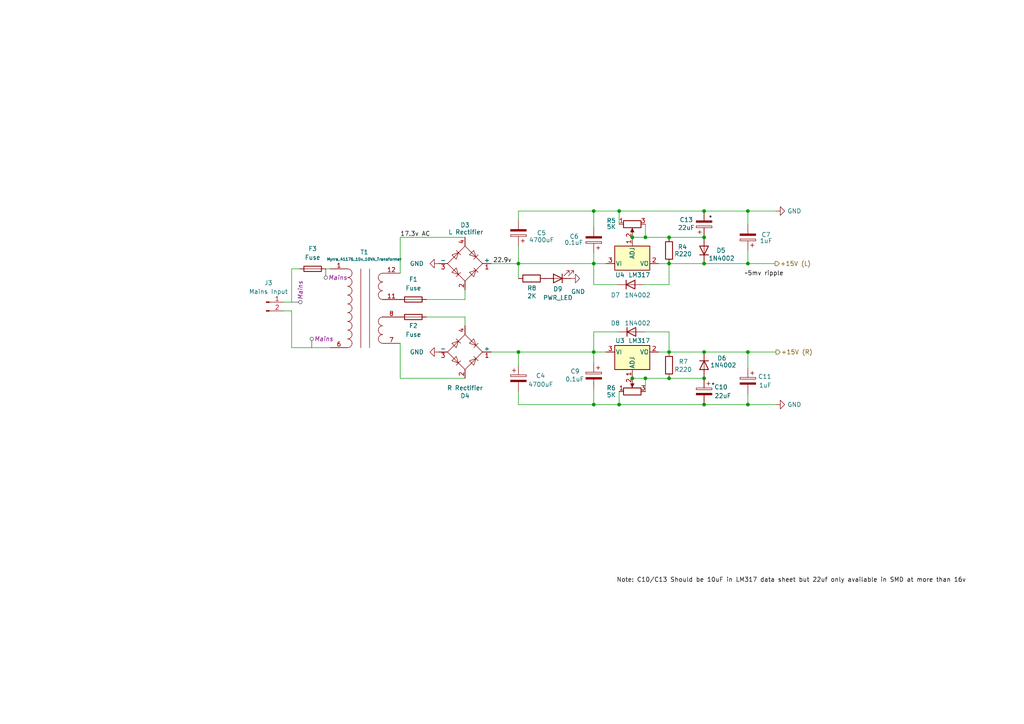
<source format=kicad_sch>
(kicad_sch (version 20230121) (generator eeschema)

  (uuid c4d14f66-95ec-47b9-8279-4827104e686f)

  (paper "A4")

  (lib_symbols
    (symbol "Connector:Conn_01x02_Pin" (pin_names (offset 1.016) hide) (in_bom yes) (on_board yes)
      (property "Reference" "J" (at 0 2.54 0)
        (effects (font (size 1.27 1.27)))
      )
      (property "Value" "Conn_01x02_Pin" (at 0 -5.08 0)
        (effects (font (size 1.27 1.27)))
      )
      (property "Footprint" "" (at 0 0 0)
        (effects (font (size 1.27 1.27)) hide)
      )
      (property "Datasheet" "~" (at 0 0 0)
        (effects (font (size 1.27 1.27)) hide)
      )
      (property "ki_locked" "" (at 0 0 0)
        (effects (font (size 1.27 1.27)))
      )
      (property "ki_keywords" "connector" (at 0 0 0)
        (effects (font (size 1.27 1.27)) hide)
      )
      (property "ki_description" "Generic connector, single row, 01x02, script generated" (at 0 0 0)
        (effects (font (size 1.27 1.27)) hide)
      )
      (property "ki_fp_filters" "Connector*:*_1x??_*" (at 0 0 0)
        (effects (font (size 1.27 1.27)) hide)
      )
      (symbol "Conn_01x02_Pin_1_1"
        (polyline
          (pts
            (xy 1.27 -2.54)
            (xy 0.8636 -2.54)
          )
          (stroke (width 0.1524) (type default))
          (fill (type none))
        )
        (polyline
          (pts
            (xy 1.27 0)
            (xy 0.8636 0)
          )
          (stroke (width 0.1524) (type default))
          (fill (type none))
        )
        (rectangle (start 0.8636 -2.413) (end 0 -2.667)
          (stroke (width 0.1524) (type default))
          (fill (type outline))
        )
        (rectangle (start 0.8636 0.127) (end 0 -0.127)
          (stroke (width 0.1524) (type default))
          (fill (type outline))
        )
        (pin passive line (at 5.08 0 180) (length 3.81)
          (name "Pin_1" (effects (font (size 1.27 1.27))))
          (number "1" (effects (font (size 1.27 1.27))))
        )
        (pin passive line (at 5.08 -2.54 180) (length 3.81)
          (name "Pin_2" (effects (font (size 1.27 1.27))))
          (number "2" (effects (font (size 1.27 1.27))))
        )
      )
    )
    (symbol "Device:C_Polarized" (pin_numbers hide) (pin_names (offset 0.254)) (in_bom yes) (on_board yes)
      (property "Reference" "C" (at 0.635 2.54 0)
        (effects (font (size 1.27 1.27)) (justify left))
      )
      (property "Value" "C_Polarized" (at 0.635 -2.54 0)
        (effects (font (size 1.27 1.27)) (justify left))
      )
      (property "Footprint" "" (at 0.9652 -3.81 0)
        (effects (font (size 1.27 1.27)) hide)
      )
      (property "Datasheet" "~" (at 0 0 0)
        (effects (font (size 1.27 1.27)) hide)
      )
      (property "ki_keywords" "cap capacitor" (at 0 0 0)
        (effects (font (size 1.27 1.27)) hide)
      )
      (property "ki_description" "Polarized capacitor" (at 0 0 0)
        (effects (font (size 1.27 1.27)) hide)
      )
      (property "ki_fp_filters" "CP_*" (at 0 0 0)
        (effects (font (size 1.27 1.27)) hide)
      )
      (symbol "C_Polarized_0_1"
        (rectangle (start -2.286 0.508) (end 2.286 1.016)
          (stroke (width 0) (type default))
          (fill (type none))
        )
        (polyline
          (pts
            (xy -1.778 2.286)
            (xy -0.762 2.286)
          )
          (stroke (width 0) (type default))
          (fill (type none))
        )
        (polyline
          (pts
            (xy -1.27 2.794)
            (xy -1.27 1.778)
          )
          (stroke (width 0) (type default))
          (fill (type none))
        )
        (rectangle (start 2.286 -0.508) (end -2.286 -1.016)
          (stroke (width 0) (type default))
          (fill (type outline))
        )
      )
      (symbol "C_Polarized_1_1"
        (pin passive line (at 0 3.81 270) (length 2.794)
          (name "~" (effects (font (size 1.27 1.27))))
          (number "1" (effects (font (size 1.27 1.27))))
        )
        (pin passive line (at 0 -3.81 90) (length 2.794)
          (name "~" (effects (font (size 1.27 1.27))))
          (number "2" (effects (font (size 1.27 1.27))))
        )
      )
    )
    (symbol "Device:Fuse" (pin_numbers hide) (pin_names (offset 0)) (in_bom yes) (on_board yes)
      (property "Reference" "F" (at 2.032 0 90)
        (effects (font (size 1.27 1.27)))
      )
      (property "Value" "Fuse" (at -1.905 0 90)
        (effects (font (size 1.27 1.27)))
      )
      (property "Footprint" "" (at -1.778 0 90)
        (effects (font (size 1.27 1.27)) hide)
      )
      (property "Datasheet" "~" (at 0 0 0)
        (effects (font (size 1.27 1.27)) hide)
      )
      (property "ki_keywords" "fuse" (at 0 0 0)
        (effects (font (size 1.27 1.27)) hide)
      )
      (property "ki_description" "Fuse" (at 0 0 0)
        (effects (font (size 1.27 1.27)) hide)
      )
      (property "ki_fp_filters" "*Fuse*" (at 0 0 0)
        (effects (font (size 1.27 1.27)) hide)
      )
      (symbol "Fuse_0_1"
        (rectangle (start -0.762 -2.54) (end 0.762 2.54)
          (stroke (width 0.254) (type default))
          (fill (type none))
        )
        (polyline
          (pts
            (xy 0 2.54)
            (xy 0 -2.54)
          )
          (stroke (width 0) (type default))
          (fill (type none))
        )
      )
      (symbol "Fuse_1_1"
        (pin passive line (at 0 3.81 270) (length 1.27)
          (name "~" (effects (font (size 1.27 1.27))))
          (number "1" (effects (font (size 1.27 1.27))))
        )
        (pin passive line (at 0 -3.81 90) (length 1.27)
          (name "~" (effects (font (size 1.27 1.27))))
          (number "2" (effects (font (size 1.27 1.27))))
        )
      )
    )
    (symbol "Device:LED" (pin_numbers hide) (pin_names (offset 1.016) hide) (in_bom yes) (on_board yes)
      (property "Reference" "D" (at 0 2.54 0)
        (effects (font (size 1.27 1.27)))
      )
      (property "Value" "LED" (at 0 -2.54 0)
        (effects (font (size 1.27 1.27)))
      )
      (property "Footprint" "" (at 0 0 0)
        (effects (font (size 1.27 1.27)) hide)
      )
      (property "Datasheet" "~" (at 0 0 0)
        (effects (font (size 1.27 1.27)) hide)
      )
      (property "ki_keywords" "LED diode" (at 0 0 0)
        (effects (font (size 1.27 1.27)) hide)
      )
      (property "ki_description" "Light emitting diode" (at 0 0 0)
        (effects (font (size 1.27 1.27)) hide)
      )
      (property "ki_fp_filters" "LED* LED_SMD:* LED_THT:*" (at 0 0 0)
        (effects (font (size 1.27 1.27)) hide)
      )
      (symbol "LED_0_1"
        (polyline
          (pts
            (xy -1.27 -1.27)
            (xy -1.27 1.27)
          )
          (stroke (width 0.254) (type default))
          (fill (type none))
        )
        (polyline
          (pts
            (xy -1.27 0)
            (xy 1.27 0)
          )
          (stroke (width 0) (type default))
          (fill (type none))
        )
        (polyline
          (pts
            (xy 1.27 -1.27)
            (xy 1.27 1.27)
            (xy -1.27 0)
            (xy 1.27 -1.27)
          )
          (stroke (width 0.254) (type default))
          (fill (type none))
        )
        (polyline
          (pts
            (xy -3.048 -0.762)
            (xy -4.572 -2.286)
            (xy -3.81 -2.286)
            (xy -4.572 -2.286)
            (xy -4.572 -1.524)
          )
          (stroke (width 0) (type default))
          (fill (type none))
        )
        (polyline
          (pts
            (xy -1.778 -0.762)
            (xy -3.302 -2.286)
            (xy -2.54 -2.286)
            (xy -3.302 -2.286)
            (xy -3.302 -1.524)
          )
          (stroke (width 0) (type default))
          (fill (type none))
        )
      )
      (symbol "LED_1_1"
        (pin passive line (at -3.81 0 0) (length 2.54)
          (name "K" (effects (font (size 1.27 1.27))))
          (number "1" (effects (font (size 1.27 1.27))))
        )
        (pin passive line (at 3.81 0 180) (length 2.54)
          (name "A" (effects (font (size 1.27 1.27))))
          (number "2" (effects (font (size 1.27 1.27))))
        )
      )
    )
    (symbol "Device:R" (pin_numbers hide) (pin_names (offset 0)) (in_bom yes) (on_board yes)
      (property "Reference" "R" (at 2.032 0 90)
        (effects (font (size 1.27 1.27)))
      )
      (property "Value" "R" (at 0 0 90)
        (effects (font (size 1.27 1.27)))
      )
      (property "Footprint" "" (at -1.778 0 90)
        (effects (font (size 1.27 1.27)) hide)
      )
      (property "Datasheet" "~" (at 0 0 0)
        (effects (font (size 1.27 1.27)) hide)
      )
      (property "ki_keywords" "R res resistor" (at 0 0 0)
        (effects (font (size 1.27 1.27)) hide)
      )
      (property "ki_description" "Resistor" (at 0 0 0)
        (effects (font (size 1.27 1.27)) hide)
      )
      (property "ki_fp_filters" "R_*" (at 0 0 0)
        (effects (font (size 1.27 1.27)) hide)
      )
      (symbol "R_0_1"
        (rectangle (start -1.016 -2.54) (end 1.016 2.54)
          (stroke (width 0.254) (type default))
          (fill (type none))
        )
      )
      (symbol "R_1_1"
        (pin passive line (at 0 3.81 270) (length 1.27)
          (name "~" (effects (font (size 1.27 1.27))))
          (number "1" (effects (font (size 1.27 1.27))))
        )
        (pin passive line (at 0 -3.81 90) (length 1.27)
          (name "~" (effects (font (size 1.27 1.27))))
          (number "2" (effects (font (size 1.27 1.27))))
        )
      )
    )
    (symbol "Device:R_Potentiometer" (pin_names (offset 1.016) hide) (in_bom yes) (on_board yes)
      (property "Reference" "RV" (at -4.445 0 90)
        (effects (font (size 1.27 1.27)))
      )
      (property "Value" "R_Potentiometer" (at -2.54 0 90)
        (effects (font (size 1.27 1.27)))
      )
      (property "Footprint" "" (at 0 0 0)
        (effects (font (size 1.27 1.27)) hide)
      )
      (property "Datasheet" "~" (at 0 0 0)
        (effects (font (size 1.27 1.27)) hide)
      )
      (property "ki_keywords" "resistor variable" (at 0 0 0)
        (effects (font (size 1.27 1.27)) hide)
      )
      (property "ki_description" "Potentiometer" (at 0 0 0)
        (effects (font (size 1.27 1.27)) hide)
      )
      (property "ki_fp_filters" "Potentiometer*" (at 0 0 0)
        (effects (font (size 1.27 1.27)) hide)
      )
      (symbol "R_Potentiometer_0_1"
        (polyline
          (pts
            (xy 2.54 0)
            (xy 1.524 0)
          )
          (stroke (width 0) (type default))
          (fill (type none))
        )
        (polyline
          (pts
            (xy 1.143 0)
            (xy 2.286 0.508)
            (xy 2.286 -0.508)
            (xy 1.143 0)
          )
          (stroke (width 0) (type default))
          (fill (type outline))
        )
        (rectangle (start 1.016 2.54) (end -1.016 -2.54)
          (stroke (width 0.254) (type default))
          (fill (type none))
        )
      )
      (symbol "R_Potentiometer_1_1"
        (pin passive line (at 0 3.81 270) (length 1.27)
          (name "1" (effects (font (size 1.27 1.27))))
          (number "1" (effects (font (size 1.27 1.27))))
        )
        (pin passive line (at 3.81 0 180) (length 1.27)
          (name "2" (effects (font (size 1.27 1.27))))
          (number "2" (effects (font (size 1.27 1.27))))
        )
        (pin passive line (at 0 -3.81 90) (length 1.27)
          (name "3" (effects (font (size 1.27 1.27))))
          (number "3" (effects (font (size 1.27 1.27))))
        )
      )
    )
    (symbol "Diode:1N4002" (pin_numbers hide) (pin_names hide) (in_bom yes) (on_board yes)
      (property "Reference" "D" (at 0 2.54 0)
        (effects (font (size 1.27 1.27)))
      )
      (property "Value" "1N4002" (at 0 -2.54 0)
        (effects (font (size 1.27 1.27)))
      )
      (property "Footprint" "Diode_THT:D_DO-41_SOD81_P10.16mm_Horizontal" (at 0 -4.445 0)
        (effects (font (size 1.27 1.27)) hide)
      )
      (property "Datasheet" "http://www.vishay.com/docs/88503/1n4001.pdf" (at 0 0 0)
        (effects (font (size 1.27 1.27)) hide)
      )
      (property "Sim.Device" "D" (at 0 0 0)
        (effects (font (size 1.27 1.27)) hide)
      )
      (property "Sim.Pins" "1=K 2=A" (at 0 0 0)
        (effects (font (size 1.27 1.27)) hide)
      )
      (property "ki_keywords" "diode" (at 0 0 0)
        (effects (font (size 1.27 1.27)) hide)
      )
      (property "ki_description" "100V 1A General Purpose Rectifier Diode, DO-41" (at 0 0 0)
        (effects (font (size 1.27 1.27)) hide)
      )
      (property "ki_fp_filters" "D*DO?41*" (at 0 0 0)
        (effects (font (size 1.27 1.27)) hide)
      )
      (symbol "1N4002_0_1"
        (polyline
          (pts
            (xy -1.27 1.27)
            (xy -1.27 -1.27)
          )
          (stroke (width 0.254) (type default))
          (fill (type none))
        )
        (polyline
          (pts
            (xy 1.27 0)
            (xy -1.27 0)
          )
          (stroke (width 0) (type default))
          (fill (type none))
        )
        (polyline
          (pts
            (xy 1.27 1.27)
            (xy 1.27 -1.27)
            (xy -1.27 0)
            (xy 1.27 1.27)
          )
          (stroke (width 0.254) (type default))
          (fill (type none))
        )
      )
      (symbol "1N4002_1_1"
        (pin passive line (at -3.81 0 0) (length 2.54)
          (name "K" (effects (font (size 1.27 1.27))))
          (number "1" (effects (font (size 1.27 1.27))))
        )
        (pin passive line (at 3.81 0 180) (length 2.54)
          (name "A" (effects (font (size 1.27 1.27))))
          (number "2" (effects (font (size 1.27 1.27))))
        )
      )
    )
    (symbol "Kerrin:Myrra_41176_15v_10VA_Transformer" (in_bom yes) (on_board yes)
      (property "Reference" "T" (at 0 0 90)
        (effects (font (size 1.27 1.27)))
      )
      (property "Value" "Myrra_41176_15v_10VA_Transformer" (at 1.27 -16.51 0)
        (effects (font (size 1.27 1.27)))
      )
      (property "Footprint" "Kerrin:Myrra_41176_15v_10VA_Transformer" (at 0 15.24 0)
        (effects (font (size 1.27 1.27)) hide)
      )
      (property "Datasheet" "" (at 0 0 90)
        (effects (font (size 1.27 1.27)) hide)
      )
      (symbol "Myrra_41176_15v_10VA_Transformer_0_1"
        (arc (start -5.0799 -11.4299) (mid -4.1819 -11.0579) (end -3.8099 -10.1599)
          (stroke (width 0) (type default))
          (fill (type none))
        )
        (arc (start -5.0799 -8.8899) (mid -4.1819 -8.5179) (end -3.8099 -7.6199)
          (stroke (width 0) (type default))
          (fill (type none))
        )
        (arc (start -5.0799 -6.3499) (mid -4.1819 -5.9779) (end -3.8099 -5.0799)
          (stroke (width 0) (type default))
          (fill (type none))
        )
        (arc (start -5.0799 -3.8099) (mid -4.1819 -3.4379) (end -3.8099 -2.5399)
          (stroke (width 0) (type default))
          (fill (type none))
        )
        (arc (start -5.0799 -1.2699) (mid -4.1819 -0.8979) (end -3.8099 0.0001)
          (stroke (width 0) (type default))
          (fill (type none))
        )
        (arc (start -5.08 1.27) (mid -4.182 1.642) (end -3.81 2.54)
          (stroke (width 0) (type default))
          (fill (type none))
        )
        (arc (start -5.08 3.81) (mid -4.182 4.182) (end -3.81 5.08)
          (stroke (width 0) (type default))
          (fill (type none))
        )
        (arc (start -5.08 6.35) (mid -4.182 6.722) (end -3.81 7.62)
          (stroke (width 0) (type default))
          (fill (type none))
        )
        (arc (start -5.08 8.89) (mid -4.182 9.262) (end -3.81 10.16)
          (stroke (width 0) (type default))
          (fill (type none))
        )
        (arc (start -3.8099 -10.1599) (mid -4.1819 -9.2619) (end -5.0799 -8.8899)
          (stroke (width 0) (type default))
          (fill (type none))
        )
        (arc (start -3.8099 -7.6199) (mid -4.1819 -6.7219) (end -5.0799 -6.3499)
          (stroke (width 0) (type default))
          (fill (type none))
        )
        (arc (start -3.8099 -5.0799) (mid -4.1819 -4.1819) (end -5.0799 -3.8099)
          (stroke (width 0) (type default))
          (fill (type none))
        )
        (arc (start -3.8099 -2.5399) (mid -4.1819 -1.6419) (end -5.0799 -1.2699)
          (stroke (width 0) (type default))
          (fill (type none))
        )
        (arc (start -3.8099 0.0001) (mid -4.1819 0.8981) (end -5.0799 1.2701)
          (stroke (width 0) (type default))
          (fill (type none))
        )
        (arc (start -3.81 2.54) (mid -4.182 3.438) (end -5.08 3.81)
          (stroke (width 0) (type default))
          (fill (type none))
        )
        (arc (start -3.81 5.08) (mid -4.182 5.978) (end -5.08 6.35)
          (stroke (width 0) (type default))
          (fill (type none))
        )
        (arc (start -3.81 7.62) (mid -4.182 8.518) (end -5.08 8.89)
          (stroke (width 0) (type default))
          (fill (type none))
        )
        (arc (start -3.81 10.16) (mid -4.182 11.058) (end -5.08 11.43)
          (stroke (width 0) (type default))
          (fill (type none))
        )
        (polyline
          (pts
            (xy -1.27 11.43)
            (xy -1.27 -11.43)
          )
          (stroke (width 0) (type default))
          (fill (type none))
        )
        (polyline
          (pts
            (xy 1.27 -11.43)
            (xy 1.27 11.43)
          )
          (stroke (width 0) (type default))
          (fill (type none))
        )
        (arc (start 3.81 -8.89) (mid 4.182 -9.788) (end 5.08 -10.16)
          (stroke (width 0) (type default))
          (fill (type none))
        )
        (arc (start 3.81 -6.35) (mid 4.182 -7.248) (end 5.08 -7.62)
          (stroke (width 0) (type default))
          (fill (type none))
        )
        (arc (start 3.81 -3.81) (mid 4.182 -4.708) (end 5.08 -5.08)
          (stroke (width 0) (type default))
          (fill (type none))
        )
        (arc (start 3.81 3.81) (mid 4.182 2.912) (end 5.08 2.54)
          (stroke (width 0) (type default))
          (fill (type none))
        )
        (arc (start 3.81 6.35) (mid 4.182 5.452) (end 5.08 5.08)
          (stroke (width 0) (type default))
          (fill (type none))
        )
        (arc (start 3.81 8.89) (mid 4.182 7.992) (end 5.08 7.62)
          (stroke (width 0) (type default))
          (fill (type none))
        )
        (arc (start 5.08 -7.62) (mid 4.182 -7.992) (end 3.81 -8.89)
          (stroke (width 0) (type default))
          (fill (type none))
        )
        (arc (start 5.08 -5.08) (mid 4.182 -5.452) (end 3.81 -6.35)
          (stroke (width 0) (type default))
          (fill (type none))
        )
        (arc (start 5.08 -2.54) (mid 4.182 -2.912) (end 3.81 -3.81)
          (stroke (width 0) (type default))
          (fill (type none))
        )
        (arc (start 5.08 5.08) (mid 4.182 4.708) (end 3.81 3.81)
          (stroke (width 0) (type default))
          (fill (type none))
        )
        (arc (start 5.08 7.62) (mid 4.182 7.248) (end 3.81 6.35)
          (stroke (width 0) (type default))
          (fill (type none))
        )
        (arc (start 5.08 10.16) (mid 4.182 9.788) (end 3.81 8.89)
          (stroke (width 0) (type default))
          (fill (type none))
        )
      )
      (symbol "Myrra_41176_15v_10VA_Transformer_1_1"
        (pin input line (at -10.16 11.43 0) (length 5.08)
          (name "" (effects (font (size 1.27 1.27))))
          (number "1" (effects (font (size 1.27 1.27))))
        )
        (pin output line (at 10.16 2.54 180) (length 5.08)
          (name "" (effects (font (size 1.27 1.27))))
          (number "11" (effects (font (size 1.27 1.27))))
        )
        (pin output line (at 10.16 10.16 180) (length 5.08)
          (name "" (effects (font (size 1.27 1.27))))
          (number "12" (effects (font (size 1.27 1.27))))
        )
        (pin input line (at -10.16 -11.43 0) (length 5.08)
          (name "" (effects (font (size 1.27 1.27))))
          (number "6" (effects (font (size 1.27 1.27))))
        )
        (pin output line (at 10.16 -10.16 180) (length 5.08)
          (name "" (effects (font (size 1.27 1.27))))
          (number "7" (effects (font (size 1.27 1.27))))
        )
        (pin output line (at 10.16 -2.54 180) (length 5.08)
          (name "" (effects (font (size 1.27 1.27))))
          (number "8" (effects (font (size 1.27 1.27))))
        )
      )
    )
    (symbol "Kerrin:Vishay_VS-KBPC104_Rectifier" (pin_names (offset 0)) (in_bom yes) (on_board yes)
      (property "Reference" "D" (at 2.54 6.985 0)
        (effects (font (size 1.27 1.27)) (justify left))
      )
      (property "Value" "Vishay_VS-KBPC104_Rectifier" (at 2.54 5.08 0)
        (effects (font (size 1.27 1.27)) (justify left))
      )
      (property "Footprint" "Diode_THT:Diode_Bridge_Vishay_KBPC1" (at 3.81 3.175 0)
        (effects (font (size 1.27 1.27)) (justify left) hide)
      )
      (property "Datasheet" "http://www.vishay.com/docs/93585/vs-kbpc1series.pdf" (at 0 0 0)
        (effects (font (size 1.27 1.27)) hide)
      )
      (property "ki_keywords" "rectifier acdc" (at 0 0 0)
        (effects (font (size 1.27 1.27)) hide)
      )
      (property "ki_description" "Single-Phase Bridge Rectifier, 125V Vrms, 3.0A If, KBPC1 package" (at 0 0 0)
        (effects (font (size 1.27 1.27)) hide)
      )
      (property "ki_fp_filters" "D*Bridge*Vishay*KBPC1*" (at 0 0 0)
        (effects (font (size 1.27 1.27)) hide)
      )
      (symbol "Vishay_VS-KBPC104_Rectifier_0_1"
        (polyline
          (pts
            (xy -2.54 3.81)
            (xy -1.27 2.54)
          )
          (stroke (width 0) (type default))
          (fill (type none))
        )
        (polyline
          (pts
            (xy -1.27 -2.54)
            (xy -2.54 -3.81)
          )
          (stroke (width 0) (type default))
          (fill (type none))
        )
        (polyline
          (pts
            (xy 2.54 -1.27)
            (xy 3.81 -2.54)
          )
          (stroke (width 0) (type default))
          (fill (type none))
        )
        (polyline
          (pts
            (xy 2.54 1.27)
            (xy 3.81 2.54)
          )
          (stroke (width 0) (type default))
          (fill (type none))
        )
        (polyline
          (pts
            (xy -3.81 2.54)
            (xy -2.54 1.27)
            (xy -1.905 3.175)
            (xy -3.81 2.54)
          )
          (stroke (width 0) (type default))
          (fill (type none))
        )
        (polyline
          (pts
            (xy -2.54 -1.27)
            (xy -3.81 -2.54)
            (xy -1.905 -3.175)
            (xy -2.54 -1.27)
          )
          (stroke (width 0) (type default))
          (fill (type none))
        )
        (polyline
          (pts
            (xy 1.27 2.54)
            (xy 2.54 3.81)
            (xy 3.175 1.905)
            (xy 1.27 2.54)
          )
          (stroke (width 0) (type default))
          (fill (type none))
        )
        (polyline
          (pts
            (xy 3.175 -1.905)
            (xy 1.27 -2.54)
            (xy 2.54 -3.81)
            (xy 3.175 -1.905)
          )
          (stroke (width 0) (type default))
          (fill (type none))
        )
        (polyline
          (pts
            (xy -5.08 0)
            (xy 0 -5.08)
            (xy 5.08 0)
            (xy 0 5.08)
            (xy -5.08 0)
          )
          (stroke (width 0) (type default))
          (fill (type none))
        )
      )
      (symbol "Vishay_VS-KBPC104_Rectifier_1_1"
        (pin passive line (at 7.62 0 180) (length 2.54)
          (name "+" (effects (font (size 1.27 1.27))))
          (number "1" (effects (font (size 1.27 1.27))))
        )
        (pin passive line (at 0 -7.62 90) (length 2.54)
          (name "~" (effects (font (size 1.27 1.27))))
          (number "2" (effects (font (size 1.27 1.27))))
        )
        (pin passive line (at -7.62 0 0) (length 2.54)
          (name "-" (effects (font (size 1.27 1.27))))
          (number "3" (effects (font (size 1.27 1.27))))
        )
        (pin passive line (at 0 7.62 270) (length 2.54)
          (name "~" (effects (font (size 1.27 1.27))))
          (number "4" (effects (font (size 1.27 1.27))))
        )
      )
    )
    (symbol "Regulator_Linear:LM317_TO-220" (pin_names (offset 0.254)) (in_bom yes) (on_board yes)
      (property "Reference" "U" (at -3.81 3.175 0)
        (effects (font (size 1.27 1.27)))
      )
      (property "Value" "LM317_TO-220" (at 0 3.175 0)
        (effects (font (size 1.27 1.27)) (justify left))
      )
      (property "Footprint" "Package_TO_SOT_THT:TO-220-3_Vertical" (at 0 6.35 0)
        (effects (font (size 1.27 1.27) italic) hide)
      )
      (property "Datasheet" "http://www.ti.com/lit/ds/symlink/lm317.pdf" (at 0 0 0)
        (effects (font (size 1.27 1.27)) hide)
      )
      (property "ki_keywords" "Adjustable Voltage Regulator 1A Positive" (at 0 0 0)
        (effects (font (size 1.27 1.27)) hide)
      )
      (property "ki_description" "1.5A 35V Adjustable Linear Regulator, TO-220" (at 0 0 0)
        (effects (font (size 1.27 1.27)) hide)
      )
      (property "ki_fp_filters" "TO?220*" (at 0 0 0)
        (effects (font (size 1.27 1.27)) hide)
      )
      (symbol "LM317_TO-220_0_1"
        (rectangle (start -5.08 1.905) (end 5.08 -5.08)
          (stroke (width 0.254) (type default))
          (fill (type background))
        )
      )
      (symbol "LM317_TO-220_1_1"
        (pin input line (at 0 -7.62 90) (length 2.54)
          (name "ADJ" (effects (font (size 1.27 1.27))))
          (number "1" (effects (font (size 1.27 1.27))))
        )
        (pin power_out line (at 7.62 0 180) (length 2.54)
          (name "VO" (effects (font (size 1.27 1.27))))
          (number "2" (effects (font (size 1.27 1.27))))
        )
        (pin power_in line (at -7.62 0 0) (length 2.54)
          (name "VI" (effects (font (size 1.27 1.27))))
          (number "3" (effects (font (size 1.27 1.27))))
        )
      )
    )
    (symbol "power:GND" (power) (pin_names (offset 0)) (in_bom yes) (on_board yes)
      (property "Reference" "#PWR" (at 0 -6.35 0)
        (effects (font (size 1.27 1.27)) hide)
      )
      (property "Value" "GND" (at 0 -3.81 0)
        (effects (font (size 1.27 1.27)))
      )
      (property "Footprint" "" (at 0 0 0)
        (effects (font (size 1.27 1.27)) hide)
      )
      (property "Datasheet" "" (at 0 0 0)
        (effects (font (size 1.27 1.27)) hide)
      )
      (property "ki_keywords" "global power" (at 0 0 0)
        (effects (font (size 1.27 1.27)) hide)
      )
      (property "ki_description" "Power symbol creates a global label with name \"GND\" , ground" (at 0 0 0)
        (effects (font (size 1.27 1.27)) hide)
      )
      (symbol "GND_0_1"
        (polyline
          (pts
            (xy 0 0)
            (xy 0 -1.27)
            (xy 1.27 -1.27)
            (xy 0 -2.54)
            (xy -1.27 -1.27)
            (xy 0 -1.27)
          )
          (stroke (width 0) (type default))
          (fill (type none))
        )
      )
      (symbol "GND_1_1"
        (pin power_in line (at 0 0 270) (length 0) hide
          (name "GND" (effects (font (size 1.27 1.27))))
          (number "1" (effects (font (size 1.27 1.27))))
        )
      )
    )
  )

  (junction (at 179.578 61.214) (diameter 0) (color 0 0 0 0)
    (uuid 00ae6853-823a-4c6a-b960-0e43d07a9f4a)
  )
  (junction (at 216.916 117.348) (diameter 0) (color 0 0 0 0)
    (uuid 0bb73e57-b85c-4108-8615-4c3ab22b4024)
  )
  (junction (at 172.212 61.214) (diameter 0) (color 0 0 0 0)
    (uuid 11252593-75fa-475f-9815-9de3b500706c)
  )
  (junction (at 179.578 117.348) (diameter 0) (color 0 0 0 0)
    (uuid 25daa318-a13b-4802-b1ef-6769a6e5e7ff)
  )
  (junction (at 204.216 109.728) (diameter 0) (color 0 0 0 0)
    (uuid 26ff6fd3-3887-45b8-9c00-47e96402d883)
  )
  (junction (at 187.198 68.834) (diameter 0) (color 0 0 0 0)
    (uuid 289b8ec5-3fab-481d-ba70-1c46d4b22499)
  )
  (junction (at 216.916 102.108) (diameter 0) (color 0 0 0 0)
    (uuid 3153e2b8-33f9-44f2-a7f0-69e992f2be2a)
  )
  (junction (at 183.388 68.834) (diameter 0) (color 0 0 0 0)
    (uuid 3e7b226f-b9bd-4a18-88d9-7006f8fc9b6e)
  )
  (junction (at 194.056 102.108) (diameter 0) (color 0 0 0 0)
    (uuid 47cd87ba-c67f-4ca3-892a-72b9c21eff24)
  )
  (junction (at 150.368 102.108) (diameter 0) (color 0 0 0 0)
    (uuid 4d9f88a6-d803-4f29-a47a-0914d5c3a42a)
  )
  (junction (at 187.198 109.728) (diameter 0) (color 0 0 0 0)
    (uuid 5c0244cf-e7be-413f-b3e5-e89afca5600f)
  )
  (junction (at 150.368 76.454) (diameter 0) (color 0 0 0 0)
    (uuid 603b86ac-1291-4eb3-9904-9736a7839e76)
  )
  (junction (at 194.056 68.834) (diameter 0) (color 0 0 0 0)
    (uuid 6888066f-f792-4e61-8cc6-28d5a0383028)
  )
  (junction (at 172.212 76.454) (diameter 0) (color 0 0 0 0)
    (uuid 68f46931-b6b2-455a-8262-c2939fad4de9)
  )
  (junction (at 194.056 109.728) (diameter 0) (color 0 0 0 0)
    (uuid 7dac63c9-c695-4def-b5fc-17de56342ef6)
  )
  (junction (at 183.388 109.728) (diameter 0) (color 0 0 0 0)
    (uuid 85a56aac-fbac-4dbf-a38f-0e9278438785)
  )
  (junction (at 194.056 76.454) (diameter 0) (color 0 0 0 0)
    (uuid 915bbd24-66d8-4f45-90f6-7156f03c9c25)
  )
  (junction (at 204.216 68.834) (diameter 0) (color 0 0 0 0)
    (uuid 9a785578-6a68-4069-b593-2d16c1ab0fe8)
  )
  (junction (at 172.212 117.348) (diameter 0) (color 0 0 0 0)
    (uuid ac0a39bc-6ec2-499d-a968-6282d356a3f8)
  )
  (junction (at 216.916 61.214) (diameter 0) (color 0 0 0 0)
    (uuid b7654bc1-bb08-4aa3-b6c1-e3559bc6f5ca)
  )
  (junction (at 204.216 76.454) (diameter 0) (color 0 0 0 0)
    (uuid c6efb7ea-8f3e-4d23-8e15-3f7bccce0fa8)
  )
  (junction (at 204.216 61.214) (diameter 0) (color 0 0 0 0)
    (uuid d637686d-f36b-4b3c-878f-3dcf05d70e21)
  )
  (junction (at 172.212 102.108) (diameter 0) (color 0 0 0 0)
    (uuid db248c0f-510a-4849-a63c-41bda22275cc)
  )
  (junction (at 216.916 76.454) (diameter 0) (color 0 0 0 0)
    (uuid ed902594-70c4-4f03-ad5b-dda8c7c137b3)
  )
  (junction (at 204.216 117.348) (diameter 0) (color 0 0 0 0)
    (uuid ef5a1b9a-3c73-4e5b-9734-735ed29113b1)
  )
  (junction (at 204.216 102.108) (diameter 0) (color 0 0 0 0)
    (uuid f3e54990-8aa3-4357-b9bc-cef6b5c4427c)
  )

  (wire (pts (xy 191.008 102.108) (xy 194.056 102.108))
    (stroke (width 0) (type default))
    (uuid 08a8003f-0589-4548-b490-1fc491e3abae)
  )
  (wire (pts (xy 84.582 90.17) (xy 82.296 90.17))
    (stroke (width 0) (type default))
    (uuid 09092524-bd40-4566-8dfc-a05f1637618e)
  )
  (wire (pts (xy 84.582 87.63) (xy 84.582 77.978))
    (stroke (width 0) (type default))
    (uuid 0ac51298-fbdb-4c42-9898-9e915446dec5)
  )
  (wire (pts (xy 172.212 73.406) (xy 172.212 76.454))
    (stroke (width 0) (type default))
    (uuid 0bb70641-052f-453c-865b-c4fec1590d7a)
  )
  (wire (pts (xy 179.324 96.266) (xy 172.212 96.266))
    (stroke (width 0) (type default))
    (uuid 0e26fbd5-9c21-410c-85b2-bdefcc07dac2)
  )
  (wire (pts (xy 179.578 61.214) (xy 204.216 61.214))
    (stroke (width 0) (type default))
    (uuid 11fb8f0f-97f3-4499-b526-f33c105f67a5)
  )
  (wire (pts (xy 94.488 77.978) (xy 95.758 77.978))
    (stroke (width 0) (type default))
    (uuid 1894985e-0e48-4c58-8200-c3393480e181)
  )
  (wire (pts (xy 150.368 102.108) (xy 172.212 102.108))
    (stroke (width 0) (type default))
    (uuid 195ed135-fac4-42a3-9824-9ed56e2352e4)
  )
  (wire (pts (xy 216.916 61.214) (xy 225.044 61.214))
    (stroke (width 0) (type default))
    (uuid 2147f673-092d-43bc-aae4-5ccc8fda3628)
  )
  (wire (pts (xy 172.212 105.156) (xy 172.212 102.108))
    (stroke (width 0) (type default))
    (uuid 27141b5d-1453-4d2e-9b62-060c8d2bed9c)
  )
  (wire (pts (xy 172.212 82.55) (xy 172.212 76.454))
    (stroke (width 0) (type default))
    (uuid 273002c8-f754-4ad6-af52-c80418e0d96c)
  )
  (wire (pts (xy 186.944 96.266) (xy 194.056 96.266))
    (stroke (width 0) (type default))
    (uuid 2e993d0b-234a-4683-aa67-d72eb6926178)
  )
  (wire (pts (xy 216.916 102.108) (xy 216.916 106.68))
    (stroke (width 0) (type default))
    (uuid 312a99d9-f8e1-416a-9d10-38c5039269e5)
  )
  (wire (pts (xy 183.388 109.728) (xy 187.198 109.728))
    (stroke (width 0) (type default))
    (uuid 34944afb-2173-44f7-a4ab-fc232e91cc42)
  )
  (wire (pts (xy 194.056 68.834) (xy 204.216 68.834))
    (stroke (width 0) (type default))
    (uuid 394cd8de-5f43-40e1-b5eb-3f0cd43e49fa)
  )
  (wire (pts (xy 150.368 61.214) (xy 150.368 63.754))
    (stroke (width 0) (type default))
    (uuid 3d653feb-dd97-4552-bed6-eedca7e41889)
  )
  (wire (pts (xy 179.578 61.214) (xy 179.578 65.024))
    (stroke (width 0) (type default))
    (uuid 3dc77e9d-d73b-4e14-b6f3-f5bcd7bca37c)
  )
  (wire (pts (xy 172.212 117.348) (xy 150.368 117.348))
    (stroke (width 0) (type default))
    (uuid 41fb45fb-40fe-4f2f-bde1-1da0ad46fb90)
  )
  (wire (pts (xy 150.368 105.918) (xy 150.368 102.108))
    (stroke (width 0) (type default))
    (uuid 42ac720c-a8a4-4352-87d5-2dcc87a7a704)
  )
  (wire (pts (xy 134.874 91.948) (xy 134.874 94.488))
    (stroke (width 0) (type default))
    (uuid 48ee0289-f437-4987-a52b-092705eb93d4)
  )
  (wire (pts (xy 150.368 113.538) (xy 150.368 117.348))
    (stroke (width 0) (type default))
    (uuid 494e4707-2fd4-4b97-9183-7d28b487f0d9)
  )
  (wire (pts (xy 123.698 86.868) (xy 134.874 86.868))
    (stroke (width 0) (type default))
    (uuid 4af39dff-fe5a-4e3e-bf46-cfca9972cda5)
  )
  (wire (pts (xy 142.494 76.454) (xy 150.368 76.454))
    (stroke (width 0) (type default))
    (uuid 4c78a2a7-d36c-48a2-8122-7ecae4894a45)
  )
  (wire (pts (xy 179.578 113.538) (xy 179.578 117.348))
    (stroke (width 0) (type default))
    (uuid 4e17e205-5544-4969-a99a-9f331b8a313c)
  )
  (wire (pts (xy 82.296 87.63) (xy 84.582 87.63))
    (stroke (width 0) (type default))
    (uuid 4ef5717e-52e9-4b09-93d2-b3fc0f3bf0ca)
  )
  (wire (pts (xy 116.078 79.248) (xy 116.078 68.834))
    (stroke (width 0) (type default))
    (uuid 56892bc5-309f-4a91-96c7-0b186efa4bce)
  )
  (wire (pts (xy 216.916 114.3) (xy 216.916 117.348))
    (stroke (width 0) (type default))
    (uuid 5caa48b7-d37b-4693-a0ee-6f60d11fb976)
  )
  (wire (pts (xy 216.916 102.108) (xy 225.044 102.108))
    (stroke (width 0) (type default))
    (uuid 5cd87b72-7e67-4656-a547-43c92fd74545)
  )
  (wire (pts (xy 172.212 117.348) (xy 172.212 112.776))
    (stroke (width 0) (type default))
    (uuid 5f71efcb-46d4-483f-ad32-5815131a3d1a)
  )
  (wire (pts (xy 142.494 102.108) (xy 150.368 102.108))
    (stroke (width 0) (type default))
    (uuid 5fab9e28-8779-4fd2-a1ee-7a147148936f)
  )
  (wire (pts (xy 216.916 117.348) (xy 225.044 117.348))
    (stroke (width 0) (type default))
    (uuid 6109ad36-e439-42b4-9f6a-b59ebb9b4bf4)
  )
  (wire (pts (xy 204.216 117.348) (xy 216.916 117.348))
    (stroke (width 0) (type default))
    (uuid 63491832-a0db-4b7a-b125-4cfc1e9b5684)
  )
  (wire (pts (xy 116.078 109.728) (xy 134.874 109.728))
    (stroke (width 0) (type default))
    (uuid 6803111c-d1d9-4210-9318-bc62f14089e1)
  )
  (wire (pts (xy 187.198 109.728) (xy 187.198 113.538))
    (stroke (width 0) (type default))
    (uuid 6be47859-8662-430e-9e11-556ef88742cc)
  )
  (wire (pts (xy 172.212 61.214) (xy 172.212 65.786))
    (stroke (width 0) (type default))
    (uuid 732667f5-6129-4b90-b799-dd8c205d6432)
  )
  (wire (pts (xy 150.368 61.214) (xy 172.212 61.214))
    (stroke (width 0) (type default))
    (uuid 74d7e802-6946-4fea-9f68-7a80f8a92bf1)
  )
  (wire (pts (xy 194.056 76.454) (xy 204.216 76.454))
    (stroke (width 0) (type default))
    (uuid 76d492e6-452f-4e5f-b708-81365d6464be)
  )
  (wire (pts (xy 172.212 76.454) (xy 175.768 76.454))
    (stroke (width 0) (type default))
    (uuid 7751dd01-a76b-4a5c-8e40-8430379fbe85)
  )
  (wire (pts (xy 172.212 117.348) (xy 179.578 117.348))
    (stroke (width 0) (type default))
    (uuid 7f0b6e9b-4d42-4f97-85c0-601d245fabe3)
  )
  (wire (pts (xy 116.078 99.568) (xy 116.078 109.728))
    (stroke (width 0) (type default))
    (uuid 834f3ffe-a8c7-450f-8d95-e17d58d239c4)
  )
  (wire (pts (xy 194.056 109.728) (xy 204.216 109.728))
    (stroke (width 0) (type default))
    (uuid 86b82fba-991d-408f-ba16-e5c715595f5f)
  )
  (wire (pts (xy 204.216 61.214) (xy 216.916 61.214))
    (stroke (width 0) (type default))
    (uuid 916043a9-7bfe-4ae4-9680-50d6f679931c)
  )
  (wire (pts (xy 150.368 80.772) (xy 150.368 76.454))
    (stroke (width 0) (type default))
    (uuid 91a2bd56-ed19-4ff0-a714-1c46630154ae)
  )
  (wire (pts (xy 187.198 65.024) (xy 187.198 68.834))
    (stroke (width 0) (type default))
    (uuid 91f1a86f-3eb1-4ed7-ac49-f07a22537da5)
  )
  (wire (pts (xy 216.916 76.454) (xy 224.79 76.454))
    (stroke (width 0) (type default))
    (uuid 97b46d8a-8006-4072-8469-2d8f4c24313e)
  )
  (wire (pts (xy 150.368 71.374) (xy 150.368 76.454))
    (stroke (width 0) (type default))
    (uuid 98316d85-0c0c-4f20-a131-836e7642afcd)
  )
  (wire (pts (xy 187.198 109.728) (xy 194.056 109.728))
    (stroke (width 0) (type default))
    (uuid 9c6f26ee-6767-44db-a888-1ed38677db01)
  )
  (wire (pts (xy 186.69 82.55) (xy 194.056 82.55))
    (stroke (width 0) (type default))
    (uuid a028e88d-1c33-45bb-a9ff-d5d9f52a054c)
  )
  (wire (pts (xy 95.758 100.838) (xy 84.582 100.838))
    (stroke (width 0) (type default))
    (uuid a27cce93-c78a-4f4a-9a11-fb125c2ed049)
  )
  (wire (pts (xy 150.368 76.454) (xy 172.212 76.454))
    (stroke (width 0) (type default))
    (uuid a31e0772-da36-4c8f-b6a9-4564abe4b3cc)
  )
  (wire (pts (xy 187.198 68.834) (xy 194.056 68.834))
    (stroke (width 0) (type default))
    (uuid a848e0b5-e5b6-45c2-80dd-c80442c78408)
  )
  (wire (pts (xy 191.008 76.454) (xy 194.056 76.454))
    (stroke (width 0) (type default))
    (uuid aa6fd5f5-8fb5-436a-beb8-36ea05d0f767)
  )
  (wire (pts (xy 216.916 76.454) (xy 204.216 76.454))
    (stroke (width 0) (type default))
    (uuid aa8bf3f6-2a85-411b-92bf-04f2ffd882c2)
  )
  (wire (pts (xy 183.388 68.834) (xy 187.198 68.834))
    (stroke (width 0) (type default))
    (uuid af91b7cc-6b9f-4969-9a9c-bfa9942e39bd)
  )
  (wire (pts (xy 123.698 91.948) (xy 134.874 91.948))
    (stroke (width 0) (type default))
    (uuid bfc036b6-51f6-4745-8249-8fa48d6535d7)
  )
  (wire (pts (xy 116.078 68.834) (xy 134.874 68.834))
    (stroke (width 0) (type default))
    (uuid ccbe7c8d-5847-493b-b9fc-aaf846f7dc9f)
  )
  (wire (pts (xy 134.874 86.868) (xy 134.874 84.074))
    (stroke (width 0) (type default))
    (uuid d0ffb398-7681-4eba-9a34-bd236bfeb3d3)
  )
  (wire (pts (xy 216.916 102.108) (xy 204.216 102.108))
    (stroke (width 0) (type default))
    (uuid d2e9b5ec-4d90-494e-9df8-ea673fee1f6b)
  )
  (wire (pts (xy 179.578 117.348) (xy 204.216 117.348))
    (stroke (width 0) (type default))
    (uuid d89e15bd-b14f-4568-8b3f-42e595f790ad)
  )
  (wire (pts (xy 172.212 61.214) (xy 179.578 61.214))
    (stroke (width 0) (type default))
    (uuid dae8a398-67bd-424b-982d-a5bdb3fec4b0)
  )
  (wire (pts (xy 194.056 82.55) (xy 194.056 76.454))
    (stroke (width 0) (type default))
    (uuid dcfff35d-7630-4ce3-8181-a6d2803a359c)
  )
  (wire (pts (xy 84.582 100.838) (xy 84.582 90.17))
    (stroke (width 0) (type default))
    (uuid e25e8d7b-88ac-497a-b001-d03574bb3a27)
  )
  (wire (pts (xy 179.07 82.55) (xy 172.212 82.55))
    (stroke (width 0) (type default))
    (uuid e51a5656-af8a-42be-bbf2-4c71211c7e89)
  )
  (wire (pts (xy 194.056 96.266) (xy 194.056 102.108))
    (stroke (width 0) (type default))
    (uuid e8532d41-c4ba-4230-8075-c1e4760e2d89)
  )
  (wire (pts (xy 216.916 65.024) (xy 216.916 61.214))
    (stroke (width 0) (type default))
    (uuid e870eadc-c291-415e-b510-a1d33d3eaf0c)
  )
  (wire (pts (xy 172.212 96.266) (xy 172.212 102.108))
    (stroke (width 0) (type default))
    (uuid e90eb20d-8179-4992-98f4-bd7aa183732f)
  )
  (wire (pts (xy 194.056 102.108) (xy 204.216 102.108))
    (stroke (width 0) (type default))
    (uuid eb825bcb-703a-4050-a5c9-c07909eab74c)
  )
  (wire (pts (xy 84.582 77.978) (xy 86.868 77.978))
    (stroke (width 0) (type default))
    (uuid f4d3c3c4-261f-40cf-babf-ee77f32c88fd)
  )
  (wire (pts (xy 216.916 72.644) (xy 216.916 76.454))
    (stroke (width 0) (type default))
    (uuid f837d8a7-bb64-4ca0-aacf-150f5f15d4f8)
  )
  (wire (pts (xy 172.212 102.108) (xy 175.768 102.108))
    (stroke (width 0) (type default))
    (uuid fab6a487-a19f-4933-b4bb-a9246ae4dd3a)
  )

  (label "22.9v" (at 143.002 76.454 0) (fields_autoplaced)
    (effects (font (size 1.27 1.27)) (justify left bottom))
    (uuid 56fd6c08-58e2-4666-b8e7-cf211b72dfca)
  )
  (label "*" (at 205.486 64.262 0) (fields_autoplaced)
    (effects (font (size 1.25 1.25)) (justify left bottom))
    (uuid 65d3150f-769f-447a-a080-3175af2cb94a)
  )
  (label "*" (at 206.248 112.776 0) (fields_autoplaced)
    (effects (font (size 1.25 1.25)) (justify left bottom))
    (uuid 7001f0e3-4422-4117-a163-3784d1a0675e)
  )
  (label "17.3v AC" (at 116.078 68.834 0) (fields_autoplaced)
    (effects (font (size 1.27 1.27)) (justify left bottom))
    (uuid b04d16f0-196c-4b28-ab84-d2ed84a58948)
  )
  (label "Note: C10{slash}C13 Should be 10uF in LM317 data sheet but 22uf only available in SMD at more than 16v"
    (at 178.816 169.164 0) (fields_autoplaced)
    (effects (font (size 1.27 1.27)) (justify left bottom))
    (uuid db2cca87-3e4d-40fa-87f6-8af60adb8dd7)
  )
  (label "~5mv ripple" (at 215.9 80.264 0) (fields_autoplaced)
    (effects (font (size 1.27 1.27)) (justify left bottom))
    (uuid fa1382b6-f4df-4e8e-95e0-02351175cfaf)
  )

  (hierarchical_label "+15V (R)" (shape output) (at 225.044 102.108 0) (fields_autoplaced)
    (effects (font (size 1.27 1.27)) (justify left))
    (uuid 5986c117-8f10-44a7-a023-f4399f0cc119)
  )
  (hierarchical_label "+15V (L)" (shape output) (at 224.79 76.454 0) (fields_autoplaced)
    (effects (font (size 1.27 1.27)) (justify left))
    (uuid b155fec2-ea2c-49d5-a892-6693634869c0)
  )

  (netclass_flag "" (length 2.54) (shape round) (at 84.582 87.63 270) (fields_autoplaced)
    (effects (font (size 1.27 1.27)) (justify right bottom))
    (uuid 18031e87-2132-4756-9ec2-7f6427d5d323)
    (property "Netclass" "Mains" (at 87.122 86.9315 90)
      (effects (font (size 1.27 1.27) italic) (justify left))
    )
  )
  (netclass_flag "" (length 2.54) (shape round) (at 94.488 77.978 180) (fields_autoplaced)
    (effects (font (size 1.27 1.27)) (justify right bottom))
    (uuid 3c65cb78-6895-4522-89a2-ab081f0c3c1c)
    (property "Netclass" "Mains" (at 95.1865 80.518 0)
      (effects (font (size 1.27 1.27) italic) (justify left))
    )
  )
  (netclass_flag "" (length 2.54) (shape round) (at 90.424 100.838 0) (fields_autoplaced)
    (effects (font (size 1.27 1.27)) (justify left bottom))
    (uuid 70ebac2f-2da0-4934-ba43-58298839b200)
    (property "Netclass" "Mains" (at 91.1225 98.298 0)
      (effects (font (size 1.27 1.27) italic) (justify left))
    )
  )

  (symbol (lib_id "Device:R") (at 194.056 105.918 0) (mirror x) (unit 1)
    (in_bom yes) (on_board yes) (dnp no)
    (uuid 026a9ba4-fce4-4a0b-9547-28476642c6f2)
    (property "Reference" "R7" (at 196.85 104.902 0)
      (effects (font (size 1.27 1.27)) (justify left))
    )
    (property "Value" "R220" (at 195.58 107.188 0)
      (effects (font (size 1.27 1.27)) (justify left))
    )
    (property "Footprint" "Kerrin:Resistor_Axial_0.25W_L6.3mm_D2.5mm_P10.16mm" (at 192.278 105.918 90)
      (effects (font (size 1.27 1.27)) hide)
    )
    (property "Datasheet" "~" (at 194.056 105.918 0)
      (effects (font (size 1.27 1.27)) hide)
    )
    (pin "1" (uuid 62f649d3-327c-4c49-8d37-d49416a27cc9))
    (pin "2" (uuid 431c0036-83bb-4d1e-965d-70a0d9e7a81b))
    (instances
      (project "Headphone Amplifier - Rev 2"
        (path "/842b3511-2fe8-441f-a549-24048f27a319/bd9ba7ee-09e3-45d5-b21a-90a7f6c9946c"
          (reference "R7") (unit 1)
        )
      )
    )
  )

  (symbol (lib_id "Device:R") (at 194.056 72.644 0) (unit 1)
    (in_bom yes) (on_board yes) (dnp no)
    (uuid 0881af28-39b5-4184-b1c7-c7fb984e69c1)
    (property "Reference" "R4" (at 196.596 71.628 0)
      (effects (font (size 1.27 1.27)) (justify left))
    )
    (property "Value" "R220" (at 195.58 73.66 0)
      (effects (font (size 1.27 1.27)) (justify left))
    )
    (property "Footprint" "Kerrin:Resistor_Axial_0.25W_L6.3mm_D2.5mm_P10.16mm" (at 192.278 72.644 90)
      (effects (font (size 1.27 1.27)) hide)
    )
    (property "Datasheet" "~" (at 194.056 72.644 0)
      (effects (font (size 1.27 1.27)) hide)
    )
    (pin "1" (uuid 3488410b-7274-4d31-aa2c-d79eb264b03a))
    (pin "2" (uuid e46a8b3b-992b-4948-b9d0-3f1bab19d13e))
    (instances
      (project "Headphone Amplifier - Rev 2"
        (path "/842b3511-2fe8-441f-a549-24048f27a319/bd9ba7ee-09e3-45d5-b21a-90a7f6c9946c"
          (reference "R4") (unit 1)
        )
      )
    )
  )

  (symbol (lib_id "Device:Fuse") (at 119.888 86.868 90) (unit 1)
    (in_bom yes) (on_board yes) (dnp no) (fields_autoplaced)
    (uuid 107fd084-04c2-4191-bc48-e30b1e2bad5d)
    (property "Reference" "F1" (at 119.888 81.026 90)
      (effects (font (size 1.27 1.27)))
    )
    (property "Value" "Fuse" (at 119.888 83.566 90)
      (effects (font (size 1.27 1.27)))
    )
    (property "Footprint" "Kerrin:Amazon_Fuseholder-5x20mm_Littelfuse_111_Inline_P20.00x5.00mm_D1.05mm" (at 119.888 88.646 90)
      (effects (font (size 1.27 1.27)) hide)
    )
    (property "Datasheet" "~" (at 119.888 86.868 0)
      (effects (font (size 1.27 1.27)) hide)
    )
    (pin "1" (uuid 338486e1-4fa9-4297-9cd4-bdd9165be04b))
    (pin "2" (uuid f2028e16-5097-453c-bcd0-8ca05f866a17))
    (instances
      (project "Headphone Amplifier - Rev 2"
        (path "/842b3511-2fe8-441f-a549-24048f27a319/bd9ba7ee-09e3-45d5-b21a-90a7f6c9946c"
          (reference "F1") (unit 1)
        )
      )
    )
  )

  (symbol (lib_id "Device:LED") (at 161.798 80.772 180) (unit 1)
    (in_bom yes) (on_board yes) (dnp no)
    (uuid 15208820-4a2a-42a1-b21e-0b9e88fecd4f)
    (property "Reference" "D9" (at 161.798 83.82 0)
      (effects (font (size 1.27 1.27)))
    )
    (property "Value" "PWR_LED" (at 161.798 86.36 0)
      (effects (font (size 1.27 1.27)))
    )
    (property "Footprint" "Kerrin:FrontPanel_LED_D3.0mm_Horizontal_O1.27mm_Z6.0mm" (at 161.798 80.772 0)
      (effects (font (size 1.27 1.27)) hide)
    )
    (property "Datasheet" "~" (at 161.798 80.772 0)
      (effects (font (size 1.27 1.27)) hide)
    )
    (pin "1" (uuid cbe5d209-d9b3-4ed7-a119-4f282a08afb8))
    (pin "2" (uuid f350aef0-cc42-40f1-981e-6dbf9439bee2))
    (instances
      (project "Headphone Amplifier - Rev 2"
        (path "/842b3511-2fe8-441f-a549-24048f27a319/bd9ba7ee-09e3-45d5-b21a-90a7f6c9946c"
          (reference "D9") (unit 1)
        )
      )
    )
  )

  (symbol (lib_id "Device:R_Potentiometer") (at 183.388 65.024 90) (mirror x) (unit 1)
    (in_bom yes) (on_board yes) (dnp no)
    (uuid 15dc4a97-6e52-45ca-94a0-7944b01f99da)
    (property "Reference" "R5" (at 177.292 64.008 90)
      (effects (font (size 1.27 1.27)))
    )
    (property "Value" "5K" (at 177.292 65.786 90)
      (effects (font (size 1.27 1.27)))
    )
    (property "Footprint" "Kerrin:Potentiometer_Bourns_3296W_Vertical" (at 183.388 65.024 0)
      (effects (font (size 1.27 1.27)) hide)
    )
    (property "Datasheet" "~" (at 183.388 65.024 0)
      (effects (font (size 1.27 1.27)) hide)
    )
    (pin "1" (uuid d89eb262-4a77-47c1-a4c8-248b5de33494))
    (pin "2" (uuid a228665d-b22d-46d0-934b-f9e8721d552e))
    (pin "3" (uuid 1425067e-f1cf-48e5-81b4-f59a00f35b7b))
    (instances
      (project "Headphone Amplifier - Rev 2"
        (path "/842b3511-2fe8-441f-a549-24048f27a319/bd9ba7ee-09e3-45d5-b21a-90a7f6c9946c"
          (reference "R5") (unit 1)
        )
      )
    )
  )

  (symbol (lib_id "Kerrin:Vishay_VS-KBPC104_Rectifier") (at 134.874 102.108 0) (unit 1)
    (in_bom yes) (on_board yes) (dnp no)
    (uuid 1ab7ffbc-5b1a-4bd0-809f-0896ef87e4ab)
    (property "Reference" "D4" (at 134.874 114.808 0)
      (effects (font (size 1.27 1.27)))
    )
    (property "Value" "R Rectifier" (at 134.874 112.522 0)
      (effects (font (size 1.27 1.27)))
    )
    (property "Footprint" "Diode_THT:Diode_Bridge_Vishay_KBPC1" (at 138.684 98.933 0)
      (effects (font (size 1.27 1.27)) (justify left) hide)
    )
    (property "Datasheet" "http://www.vishay.com/docs/93585/vs-kbpc1series.pdf" (at 134.874 102.108 0)
      (effects (font (size 1.27 1.27)) hide)
    )
    (pin "1" (uuid a9ccf76d-62c7-4161-a1aa-0b0123d02839))
    (pin "2" (uuid dd58ed4b-79ad-4f68-a0c5-f46bf9496686))
    (pin "3" (uuid 8061774e-e064-47d3-a29b-f5963f9cd735))
    (pin "4" (uuid 64b82566-b265-40a8-a372-379bae0604d8))
    (instances
      (project "Headphone Amplifier - Rev 2"
        (path "/842b3511-2fe8-441f-a549-24048f27a319/bd9ba7ee-09e3-45d5-b21a-90a7f6c9946c"
          (reference "D4") (unit 1)
        )
      )
    )
  )

  (symbol (lib_id "power:GND") (at 225.044 117.348 90) (unit 1)
    (in_bom yes) (on_board yes) (dnp no) (fields_autoplaced)
    (uuid 3151f6c5-a6e3-4790-a896-f86434a92234)
    (property "Reference" "#PWR04" (at 231.394 117.348 0)
      (effects (font (size 1.27 1.27)) hide)
    )
    (property "Value" "GND" (at 228.346 117.348 90)
      (effects (font (size 1.27 1.27)) (justify right))
    )
    (property "Footprint" "" (at 225.044 117.348 0)
      (effects (font (size 1.27 1.27)) hide)
    )
    (property "Datasheet" "" (at 225.044 117.348 0)
      (effects (font (size 1.27 1.27)) hide)
    )
    (pin "1" (uuid c1c51ac8-4654-4674-87c0-9e4783821a72))
    (instances
      (project "Headphone Amplifier - Rev 2"
        (path "/842b3511-2fe8-441f-a549-24048f27a319/bd9ba7ee-09e3-45d5-b21a-90a7f6c9946c"
          (reference "#PWR04") (unit 1)
        )
      )
    )
  )

  (symbol (lib_id "Device:C_Polarized") (at 204.216 113.538 0) (mirror y) (unit 1)
    (in_bom yes) (on_board yes) (dnp no)
    (uuid 460a8846-f18b-417e-8069-274daca47a45)
    (property "Reference" "C10" (at 211.074 112.268 0)
      (effects (font (size 1.27 1.27)) (justify left))
    )
    (property "Value" "22uF" (at 212.09 114.808 0)
      (effects (font (size 1.27 1.27)) (justify left))
    )
    (property "Footprint" "Capacitor_SMD:C_0805_2012Metric_Pad1.18x1.45mm_HandSolder" (at 203.2508 117.348 0)
      (effects (font (size 1.27 1.27)) hide)
    )
    (property "Datasheet" "~" (at 204.216 113.538 0)
      (effects (font (size 1.27 1.27)) hide)
    )
    (pin "1" (uuid 45489a6b-b361-4afa-87a2-51dfd8b4fa8e))
    (pin "2" (uuid 4adb94ac-4d11-4294-94f2-1d3a98c0aa60))
    (instances
      (project "Headphone Amplifier - Rev 2"
        (path "/842b3511-2fe8-441f-a549-24048f27a319/bd9ba7ee-09e3-45d5-b21a-90a7f6c9946c"
          (reference "C10") (unit 1)
        )
      )
    )
  )

  (symbol (lib_id "Device:R") (at 154.178 80.772 270) (unit 1)
    (in_bom yes) (on_board yes) (dnp no)
    (uuid 466d9b4e-ef86-47d1-8b68-2b7c584b8012)
    (property "Reference" "R8" (at 152.908 83.566 90)
      (effects (font (size 1.27 1.27)) (justify left))
    )
    (property "Value" "2K" (at 152.908 85.852 90)
      (effects (font (size 1.27 1.27)) (justify left))
    )
    (property "Footprint" "Kerrin:Resistor_Axial_0.25W_L6.3mm_D2.5mm_P10.16mm" (at 154.178 78.994 90)
      (effects (font (size 1.27 1.27)) hide)
    )
    (property "Datasheet" "~" (at 154.178 80.772 0)
      (effects (font (size 1.27 1.27)) hide)
    )
    (pin "1" (uuid 02991a4a-95fa-455a-a54f-6ee7580adfc4))
    (pin "2" (uuid 795bffca-2a88-429f-8c3f-42f69978bdda))
    (instances
      (project "Headphone Amplifier - Rev 2"
        (path "/842b3511-2fe8-441f-a549-24048f27a319/bd9ba7ee-09e3-45d5-b21a-90a7f6c9946c"
          (reference "R8") (unit 1)
        )
      )
    )
  )

  (symbol (lib_id "Device:C_Polarized") (at 204.216 65.024 0) (mirror x) (unit 1)
    (in_bom yes) (on_board yes) (dnp no)
    (uuid 5badf5ec-1a46-4bf2-981d-5aa33585075f)
    (property "Reference" "C13" (at 197.104 63.754 0)
      (effects (font (size 1.27 1.27)) (justify left))
    )
    (property "Value" "22uF" (at 196.596 66.04 0)
      (effects (font (size 1.27 1.27)) (justify left))
    )
    (property "Footprint" "Capacitor_SMD:C_0805_2012Metric_Pad1.18x1.45mm_HandSolder" (at 205.1812 61.214 0)
      (effects (font (size 1.27 1.27)) hide)
    )
    (property "Datasheet" "~" (at 204.216 65.024 0)
      (effects (font (size 1.27 1.27)) hide)
    )
    (pin "1" (uuid b10cc606-2892-4011-84ac-e0411f2ecac7))
    (pin "2" (uuid a83be07c-b94b-403f-bc55-ffaa90e655c2))
    (instances
      (project "Headphone Amplifier - Rev 2"
        (path "/842b3511-2fe8-441f-a549-24048f27a319/bd9ba7ee-09e3-45d5-b21a-90a7f6c9946c"
          (reference "C13") (unit 1)
        )
      )
    )
  )

  (symbol (lib_id "Device:C_Polarized") (at 216.916 68.834 180) (unit 1)
    (in_bom yes) (on_board yes) (dnp no)
    (uuid 5fe256c2-2dc8-43f7-8b9a-24b5210d7f3e)
    (property "Reference" "C7" (at 223.52 68.072 0)
      (effects (font (size 1.27 1.27)) (justify left))
    )
    (property "Value" "1uF" (at 224.028 69.85 0)
      (effects (font (size 1.27 1.27)) (justify left))
    )
    (property "Footprint" "Capacitor_SMD:C_0805_2012Metric_Pad1.18x1.45mm_HandSolder" (at 215.9508 65.024 0)
      (effects (font (size 1.27 1.27)) hide)
    )
    (property "Datasheet" "~" (at 216.916 68.834 0)
      (effects (font (size 1.27 1.27)) hide)
    )
    (pin "1" (uuid dd0e7b7c-8b21-4802-89de-a02f3f89d4f5))
    (pin "2" (uuid 634f3503-0c30-47b2-8802-64f86cd48404))
    (instances
      (project "Headphone Amplifier - Rev 2"
        (path "/842b3511-2fe8-441f-a549-24048f27a319/bd9ba7ee-09e3-45d5-b21a-90a7f6c9946c"
          (reference "C7") (unit 1)
        )
      )
    )
  )

  (symbol (lib_id "Device:C_Polarized") (at 172.212 69.596 180) (unit 1)
    (in_bom yes) (on_board yes) (dnp no)
    (uuid 60eef149-8c7d-4463-ba06-96146388ca92)
    (property "Reference" "C6" (at 167.894 68.58 0)
      (effects (font (size 1.27 1.27)) (justify left))
    )
    (property "Value" "0.1uF" (at 169.164 70.358 0)
      (effects (font (size 1.27 1.27)) (justify left))
    )
    (property "Footprint" "Capacitor_SMD:C_0603_1608Metric_Pad1.08x0.95mm_HandSolder" (at 171.2468 65.786 0)
      (effects (font (size 1.27 1.27)) hide)
    )
    (property "Datasheet" "~" (at 172.212 69.596 0)
      (effects (font (size 1.27 1.27)) hide)
    )
    (pin "1" (uuid 3a4b3dd9-cc59-42fd-95f3-299dc36c01ca))
    (pin "2" (uuid 343672e2-0188-4986-a248-a5a858b58fe2))
    (instances
      (project "Headphone Amplifier - Rev 2"
        (path "/842b3511-2fe8-441f-a549-24048f27a319/bd9ba7ee-09e3-45d5-b21a-90a7f6c9946c"
          (reference "C6") (unit 1)
        )
      )
    )
  )

  (symbol (lib_id "Diode:1N4002") (at 183.134 96.266 0) (unit 1)
    (in_bom yes) (on_board yes) (dnp no)
    (uuid 6b346751-3d92-4a1f-8983-6fb3984b1140)
    (property "Reference" "D8" (at 179.832 93.726 0)
      (effects (font (size 1.27 1.27)) (justify right))
    )
    (property "Value" "1N4002" (at 188.722 93.726 0)
      (effects (font (size 1.27 1.27)) (justify right))
    )
    (property "Footprint" "Diode_THT:D_DO-41_SOD81_P10.16mm_Horizontal" (at 183.134 100.711 0)
      (effects (font (size 1.27 1.27)) hide)
    )
    (property "Datasheet" "http://www.vishay.com/docs/88503/1n4001.pdf" (at 183.134 96.266 0)
      (effects (font (size 1.27 1.27)) hide)
    )
    (property "Sim.Device" "D" (at 183.134 96.266 0)
      (effects (font (size 1.27 1.27)) hide)
    )
    (property "Sim.Pins" "1=K 2=A" (at 183.134 96.266 0)
      (effects (font (size 1.27 1.27)) hide)
    )
    (pin "1" (uuid 6029c3eb-c128-4bca-949c-e0489215a2a8))
    (pin "2" (uuid fbe5d1e7-1903-429d-9e53-52609c8db7b5))
    (instances
      (project "Headphone Amplifier - Rev 2"
        (path "/842b3511-2fe8-441f-a549-24048f27a319/bd9ba7ee-09e3-45d5-b21a-90a7f6c9946c"
          (reference "D8") (unit 1)
        )
      )
    )
  )

  (symbol (lib_id "Regulator_Linear:LM317_TO-220") (at 183.388 76.454 0) (mirror x) (unit 1)
    (in_bom yes) (on_board yes) (dnp no)
    (uuid 6ecf9d37-6f09-43ff-b3d4-7e099fa2a85e)
    (property "Reference" "U4" (at 179.832 79.756 0)
      (effects (font (size 1.27 1.27)))
    )
    (property "Value" "LM317" (at 185.42 79.756 0)
      (effects (font (size 1.27 1.27)))
    )
    (property "Footprint" "Kerrin:TO-220-3_Horizontal_TabUp_FlatLegs" (at 183.388 82.804 0)
      (effects (font (size 1.27 1.27) italic) hide)
    )
    (property "Datasheet" "http://www.ti.com/lit/ds/symlink/lm317.pdf" (at 183.388 76.454 0)
      (effects (font (size 1.27 1.27)) hide)
    )
    (pin "1" (uuid 4d7a1431-5681-4285-a759-6b7823b71dfa))
    (pin "2" (uuid bf96f28d-db5a-46d8-b178-259d3321e8e4))
    (pin "3" (uuid 4d2b9864-34b7-495c-b253-9eb66deeb24e))
    (instances
      (project "Headphone Amplifier - Rev 2"
        (path "/842b3511-2fe8-441f-a549-24048f27a319/bd9ba7ee-09e3-45d5-b21a-90a7f6c9946c"
          (reference "U4") (unit 1)
        )
      )
    )
  )

  (symbol (lib_id "Device:C_Polarized") (at 150.368 109.728 0) (unit 1)
    (in_bom yes) (on_board yes) (dnp no)
    (uuid 79aa510b-38fe-4b02-bd4b-a81bf2c8599a)
    (property "Reference" "C4" (at 155.448 108.966 0)
      (effects (font (size 1.27 1.27)) (justify left))
    )
    (property "Value" "4700uF" (at 153.162 111.506 0)
      (effects (font (size 1.27 1.27)) (justify left))
    )
    (property "Footprint" "Kerrin:Nichicon 4700uF, 35v, 85c - D18.0mm_H35.5mm_P7.50mm" (at 151.3332 113.538 0)
      (effects (font (size 1.27 1.27)) hide)
    )
    (property "Datasheet" "~" (at 150.368 109.728 0)
      (effects (font (size 1.27 1.27)) hide)
    )
    (pin "1" (uuid 0d4355aa-9500-486f-be83-2f8ec7a5e595))
    (pin "2" (uuid 9af121dd-b160-4201-b77b-6b65c56bf6c4))
    (instances
      (project "Headphone Amplifier - Rev 2"
        (path "/842b3511-2fe8-441f-a549-24048f27a319/bd9ba7ee-09e3-45d5-b21a-90a7f6c9946c"
          (reference "C4") (unit 1)
        )
      )
    )
  )

  (symbol (lib_id "Device:Fuse") (at 90.678 77.978 90) (unit 1)
    (in_bom yes) (on_board yes) (dnp no) (fields_autoplaced)
    (uuid 7aa30e42-1bd5-4c52-bdc8-e53588f5f0a4)
    (property "Reference" "F3" (at 90.678 72.136 90)
      (effects (font (size 1.27 1.27)))
    )
    (property "Value" "Fuse" (at 90.678 74.676 90)
      (effects (font (size 1.27 1.27)))
    )
    (property "Footprint" "Kerrin:Amazon_Fuseholder-5x20mm_Littelfuse_111_Inline_P20.00x5.00mm_D1.05mm" (at 90.678 79.756 90)
      (effects (font (size 1.27 1.27)) hide)
    )
    (property "Datasheet" "~" (at 90.678 77.978 0)
      (effects (font (size 1.27 1.27)) hide)
    )
    (pin "1" (uuid e55c0e5f-2e5e-46fe-a9d7-0b7f011fa8d8))
    (pin "2" (uuid e4cf8dfd-1f56-44a1-a70f-3993b0224304))
    (instances
      (project "Headphone Amplifier - Rev 2"
        (path "/842b3511-2fe8-441f-a549-24048f27a319/bd9ba7ee-09e3-45d5-b21a-90a7f6c9946c"
          (reference "F3") (unit 1)
        )
      )
    )
  )

  (symbol (lib_id "Regulator_Linear:LM317_TO-220") (at 183.388 102.108 0) (unit 1)
    (in_bom yes) (on_board yes) (dnp no)
    (uuid 7d95243a-ea1c-492c-9d98-db051341f033)
    (property "Reference" "U3" (at 179.832 98.806 0)
      (effects (font (size 1.27 1.27)))
    )
    (property "Value" "LM317" (at 185.42 98.806 0)
      (effects (font (size 1.27 1.27)))
    )
    (property "Footprint" "Kerrin:TO-220-3_Horizontal_TabUp_FlatLegs" (at 183.388 95.758 0)
      (effects (font (size 1.27 1.27) italic) hide)
    )
    (property "Datasheet" "http://www.ti.com/lit/ds/symlink/lm317.pdf" (at 183.388 102.108 0)
      (effects (font (size 1.27 1.27)) hide)
    )
    (pin "1" (uuid 898028ac-523f-4c86-b50a-b5ae149fb7d3))
    (pin "2" (uuid e935378e-7886-4dd7-bdfe-9c028c7722b6))
    (pin "3" (uuid b445b004-8055-4b3d-83cd-6d2aab02d7ea))
    (instances
      (project "Headphone Amplifier - Rev 2"
        (path "/842b3511-2fe8-441f-a549-24048f27a319/bd9ba7ee-09e3-45d5-b21a-90a7f6c9946c"
          (reference "U3") (unit 1)
        )
      )
    )
  )

  (symbol (lib_id "Diode:1N4002") (at 182.88 82.55 0) (unit 1)
    (in_bom yes) (on_board yes) (dnp no)
    (uuid 7f92bd18-4ddc-401b-b997-0cfb81d5a52c)
    (property "Reference" "D7" (at 179.832 85.598 0)
      (effects (font (size 1.27 1.27)) (justify right))
    )
    (property "Value" "1N4002" (at 188.722 85.598 0)
      (effects (font (size 1.27 1.27)) (justify right))
    )
    (property "Footprint" "Diode_THT:D_DO-41_SOD81_P10.16mm_Horizontal" (at 182.88 86.995 0)
      (effects (font (size 1.27 1.27)) hide)
    )
    (property "Datasheet" "http://www.vishay.com/docs/88503/1n4001.pdf" (at 182.88 82.55 0)
      (effects (font (size 1.27 1.27)) hide)
    )
    (property "Sim.Device" "D" (at 182.88 82.55 0)
      (effects (font (size 1.27 1.27)) hide)
    )
    (property "Sim.Pins" "1=K 2=A" (at 182.88 82.55 0)
      (effects (font (size 1.27 1.27)) hide)
    )
    (pin "1" (uuid 72f57b8d-e14b-4bf2-882f-9b6945ddd920))
    (pin "2" (uuid 5ed89e7e-897e-43b1-a209-b77f4eefc965))
    (instances
      (project "Headphone Amplifier - Rev 2"
        (path "/842b3511-2fe8-441f-a549-24048f27a319/bd9ba7ee-09e3-45d5-b21a-90a7f6c9946c"
          (reference "D7") (unit 1)
        )
      )
    )
  )

  (symbol (lib_id "Connector:Conn_01x02_Pin") (at 77.216 87.63 0) (unit 1)
    (in_bom yes) (on_board yes) (dnp no) (fields_autoplaced)
    (uuid 80f925a1-ee3e-4a86-b9ec-5275ff1ed1c3)
    (property "Reference" "J3" (at 77.851 82.042 0)
      (effects (font (size 1.27 1.27)))
    )
    (property "Value" "Mains Input" (at 77.851 84.582 0)
      (effects (font (size 1.27 1.27)))
    )
    (property "Footprint" "Connector_Wire:SolderWire-0.75sqmm_1x02_P7mm_D1.25mm_OD3.5mm" (at 77.216 87.63 0)
      (effects (font (size 1.27 1.27)) hide)
    )
    (property "Datasheet" "~" (at 77.216 87.63 0)
      (effects (font (size 1.27 1.27)) hide)
    )
    (pin "1" (uuid 138a2979-d252-4d88-95c6-5f21dc9bd91c))
    (pin "2" (uuid 31001eba-5691-42b3-abcb-df92a05e8841))
    (instances
      (project "Headphone Amplifier - Rev 2"
        (path "/842b3511-2fe8-441f-a549-24048f27a319/bd9ba7ee-09e3-45d5-b21a-90a7f6c9946c"
          (reference "J3") (unit 1)
        )
      )
    )
  )

  (symbol (lib_id "power:GND") (at 165.608 80.772 90) (unit 1)
    (in_bom yes) (on_board yes) (dnp no)
    (uuid 851e6fcf-2892-4a6a-b4d4-b596d465080e)
    (property "Reference" "#PWR011" (at 171.958 80.772 0)
      (effects (font (size 1.27 1.27)) hide)
    )
    (property "Value" "GND" (at 165.608 84.582 90)
      (effects (font (size 1.27 1.27)) (justify right))
    )
    (property "Footprint" "" (at 165.608 80.772 0)
      (effects (font (size 1.27 1.27)) hide)
    )
    (property "Datasheet" "" (at 165.608 80.772 0)
      (effects (font (size 1.27 1.27)) hide)
    )
    (pin "1" (uuid c9a75b71-258a-4364-a498-ce1a835ee373))
    (instances
      (project "Headphone Amplifier - Rev 2"
        (path "/842b3511-2fe8-441f-a549-24048f27a319/bd9ba7ee-09e3-45d5-b21a-90a7f6c9946c"
          (reference "#PWR011") (unit 1)
        )
      )
    )
  )

  (symbol (lib_id "Device:C_Polarized") (at 172.212 108.966 0) (mirror y) (unit 1)
    (in_bom yes) (on_board yes) (dnp no)
    (uuid 953543d8-085d-47db-9ca8-80905a12e6d1)
    (property "Reference" "C9" (at 168.148 107.696 0)
      (effects (font (size 1.27 1.27)) (justify left))
    )
    (property "Value" "0.1uF" (at 169.418 109.982 0)
      (effects (font (size 1.27 1.27)) (justify left))
    )
    (property "Footprint" "Capacitor_SMD:C_0603_1608Metric_Pad1.08x0.95mm_HandSolder" (at 171.2468 112.776 0)
      (effects (font (size 1.27 1.27)) hide)
    )
    (property "Datasheet" "~" (at 172.212 108.966 0)
      (effects (font (size 1.27 1.27)) hide)
    )
    (pin "1" (uuid 6d8854e8-97fb-426e-8200-7c2f934e5328))
    (pin "2" (uuid a087a5ed-1915-46bc-bc81-37504703839a))
    (instances
      (project "Headphone Amplifier - Rev 2"
        (path "/842b3511-2fe8-441f-a549-24048f27a319/bd9ba7ee-09e3-45d5-b21a-90a7f6c9946c"
          (reference "C9") (unit 1)
        )
      )
    )
  )

  (symbol (lib_id "Device:C_Polarized") (at 216.916 110.49 0) (mirror y) (unit 1)
    (in_bom yes) (on_board yes) (dnp no)
    (uuid 99bc7dec-34eb-420b-aea3-ddba96efbbd3)
    (property "Reference" "C11" (at 223.774 109.22 0)
      (effects (font (size 1.27 1.27)) (justify left))
    )
    (property "Value" "1uF" (at 223.774 111.76 0)
      (effects (font (size 1.27 1.27)) (justify left))
    )
    (property "Footprint" "Capacitor_SMD:C_0805_2012Metric_Pad1.18x1.45mm_HandSolder" (at 215.9508 114.3 0)
      (effects (font (size 1.27 1.27)) hide)
    )
    (property "Datasheet" "~" (at 216.916 110.49 0)
      (effects (font (size 1.27 1.27)) hide)
    )
    (pin "1" (uuid 5f1109d4-a359-4c46-a13e-3b2b29d749b2))
    (pin "2" (uuid c820f9c5-dc00-4595-9ac7-9711703748ef))
    (instances
      (project "Headphone Amplifier - Rev 2"
        (path "/842b3511-2fe8-441f-a549-24048f27a319/bd9ba7ee-09e3-45d5-b21a-90a7f6c9946c"
          (reference "C11") (unit 1)
        )
      )
    )
  )

  (symbol (lib_id "Device:C_Polarized") (at 150.368 67.564 180) (unit 1)
    (in_bom yes) (on_board yes) (dnp no)
    (uuid aa52a612-810c-4c42-9e56-b51cf64a1fa2)
    (property "Reference" "C5" (at 155.702 67.564 0)
      (effects (font (size 1.27 1.27)) (justify right))
    )
    (property "Value" "4700uF" (at 153.416 69.596 0)
      (effects (font (size 1.27 1.27)) (justify right))
    )
    (property "Footprint" "Kerrin:Nichicon 4700uF, 35v, 85c - D18.0mm_H35.5mm_P7.50mm" (at 149.4028 63.754 0)
      (effects (font (size 1.27 1.27)) hide)
    )
    (property "Datasheet" "~" (at 150.368 67.564 0)
      (effects (font (size 1.27 1.27)) hide)
    )
    (pin "1" (uuid 9c27d883-4d0b-4ea2-ae11-9986d1d95a84))
    (pin "2" (uuid 2036c207-bf5b-4a20-a5e6-1a82eade48f9))
    (instances
      (project "Headphone Amplifier - Rev 2"
        (path "/842b3511-2fe8-441f-a549-24048f27a319/bd9ba7ee-09e3-45d5-b21a-90a7f6c9946c"
          (reference "C5") (unit 1)
        )
      )
    )
  )

  (symbol (lib_id "Device:R_Potentiometer") (at 183.388 113.538 90) (unit 1)
    (in_bom yes) (on_board yes) (dnp no)
    (uuid c3c550ab-9844-4dc2-bfcb-8a7fe11f4328)
    (property "Reference" "R6" (at 177.292 112.522 90)
      (effects (font (size 1.27 1.27)))
    )
    (property "Value" "5K" (at 177.292 114.554 90)
      (effects (font (size 1.27 1.27)))
    )
    (property "Footprint" "Kerrin:Potentiometer_Bourns_3296W_Vertical" (at 183.388 113.538 0)
      (effects (font (size 1.27 1.27)) hide)
    )
    (property "Datasheet" "~" (at 183.388 113.538 0)
      (effects (font (size 1.27 1.27)) hide)
    )
    (pin "1" (uuid bc3ef327-7dcd-4d7b-9d27-1ec4e2a9ebd7))
    (pin "2" (uuid 52d8c147-1719-4b13-a07d-f2cef008001a))
    (pin "3" (uuid e0278ad2-89a8-4d0a-889d-e9ab1671bf5d))
    (instances
      (project "Headphone Amplifier - Rev 2"
        (path "/842b3511-2fe8-441f-a549-24048f27a319/bd9ba7ee-09e3-45d5-b21a-90a7f6c9946c"
          (reference "R6") (unit 1)
        )
      )
    )
  )

  (symbol (lib_id "power:GND") (at 225.044 61.214 90) (unit 1)
    (in_bom yes) (on_board yes) (dnp no) (fields_autoplaced)
    (uuid c7bf51fe-1732-4b74-a27a-a0f98add42b9)
    (property "Reference" "#PWR01" (at 231.394 61.214 0)
      (effects (font (size 1.27 1.27)) hide)
    )
    (property "Value" "GND" (at 228.346 61.214 90)
      (effects (font (size 1.27 1.27)) (justify right))
    )
    (property "Footprint" "" (at 225.044 61.214 0)
      (effects (font (size 1.27 1.27)) hide)
    )
    (property "Datasheet" "" (at 225.044 61.214 0)
      (effects (font (size 1.27 1.27)) hide)
    )
    (pin "1" (uuid 40f54920-19e6-4f5f-adbb-3609d5202d5a))
    (instances
      (project "Headphone Amplifier - Rev 2"
        (path "/842b3511-2fe8-441f-a549-24048f27a319/bd9ba7ee-09e3-45d5-b21a-90a7f6c9946c"
          (reference "#PWR01") (unit 1)
        )
      )
    )
  )

  (symbol (lib_id "Diode:1N4002") (at 204.216 72.644 90) (unit 1)
    (in_bom yes) (on_board yes) (dnp no)
    (uuid cd459da3-2515-4ebf-ba18-b07738559ffb)
    (property "Reference" "D5" (at 207.772 72.644 90)
      (effects (font (size 1.27 1.27)) (justify right))
    )
    (property "Value" "1N4002" (at 205.486 74.93 90)
      (effects (font (size 1.27 1.27)) (justify right))
    )
    (property "Footprint" "Diode_THT:D_DO-41_SOD81_P10.16mm_Horizontal" (at 208.661 72.644 0)
      (effects (font (size 1.27 1.27)) hide)
    )
    (property "Datasheet" "http://www.vishay.com/docs/88503/1n4001.pdf" (at 204.216 72.644 0)
      (effects (font (size 1.27 1.27)) hide)
    )
    (property "Sim.Device" "D" (at 204.216 72.644 0)
      (effects (font (size 1.27 1.27)) hide)
    )
    (property "Sim.Pins" "1=K 2=A" (at 204.216 72.644 0)
      (effects (font (size 1.27 1.27)) hide)
    )
    (pin "1" (uuid a49b867d-c9df-402e-84d5-157e104bbb1a))
    (pin "2" (uuid 160d3a0c-10a7-4dce-b098-b6e1fb799da5))
    (instances
      (project "Headphone Amplifier - Rev 2"
        (path "/842b3511-2fe8-441f-a549-24048f27a319/bd9ba7ee-09e3-45d5-b21a-90a7f6c9946c"
          (reference "D5") (unit 1)
        )
      )
    )
  )

  (symbol (lib_id "Kerrin:Myrra_41176_15v_10VA_Transformer") (at 105.918 89.408 0) (unit 1)
    (in_bom yes) (on_board yes) (dnp no)
    (uuid cdce765a-cadc-4476-bf64-349af2d022eb)
    (property "Reference" "T1" (at 105.664 73.152 0)
      (effects (font (size 1.27 1.27)))
    )
    (property "Value" "Myrra_41176_15v_10VA_Transformer" (at 105.664 75.184 0)
      (effects (font (size 0.8 0.8)))
    )
    (property "Footprint" "Kerrin:Myrra_44274_15v_10VA_Transformer" (at 105.918 74.168 0)
      (effects (font (size 1.27 1.27)) hide)
    )
    (property "Datasheet" "" (at 105.918 89.408 90)
      (effects (font (size 1.27 1.27)) hide)
    )
    (pin "1" (uuid d95fd826-2341-4cfc-b50f-13fa7ca189f3))
    (pin "11" (uuid e01a196e-81b8-4a6a-8240-aba05bbe1c60))
    (pin "12" (uuid 96e608f0-da38-4fa2-8224-cf9f6bd92fe0))
    (pin "6" (uuid 2b8eecc2-8081-4387-926d-5c84d95380e5))
    (pin "7" (uuid e1a5ae3d-9f25-48c0-a546-3758e45d3404))
    (pin "8" (uuid b576c351-c909-48ed-ada1-accad29bffcb))
    (instances
      (project "Headphone Amplifier - Rev 2"
        (path "/842b3511-2fe8-441f-a549-24048f27a319/bd9ba7ee-09e3-45d5-b21a-90a7f6c9946c"
          (reference "T1") (unit 1)
        )
      )
    )
  )

  (symbol (lib_id "Device:Fuse") (at 119.888 91.948 90) (unit 1)
    (in_bom yes) (on_board yes) (dnp no)
    (uuid dfe28928-7e58-4f46-9d10-e34a06e0076c)
    (property "Reference" "F2" (at 119.888 94.488 90)
      (effects (font (size 1.27 1.27)))
    )
    (property "Value" "Fuse" (at 119.888 97.028 90)
      (effects (font (size 1.27 1.27)))
    )
    (property "Footprint" "Kerrin:Amazon_Fuseholder-5x20mm_Littelfuse_111_Inline_P20.00x5.00mm_D1.05mm" (at 119.888 93.726 90)
      (effects (font (size 1.27 1.27)) hide)
    )
    (property "Datasheet" "~" (at 119.888 91.948 0)
      (effects (font (size 1.27 1.27)) hide)
    )
    (pin "1" (uuid 70a20cce-c0ce-4aed-a581-fac1b8f8abe0))
    (pin "2" (uuid 05b14584-9b8a-46aa-90c1-c8fe21d9af79))
    (instances
      (project "Headphone Amplifier - Rev 2"
        (path "/842b3511-2fe8-441f-a549-24048f27a319/bd9ba7ee-09e3-45d5-b21a-90a7f6c9946c"
          (reference "F2") (unit 1)
        )
      )
    )
  )

  (symbol (lib_id "Diode:1N4002") (at 204.216 105.918 90) (mirror x) (unit 1)
    (in_bom yes) (on_board yes) (dnp no)
    (uuid e2e0b540-878a-4f50-a2b4-37a018e6b5c2)
    (property "Reference" "D6" (at 208.026 103.886 90)
      (effects (font (size 1.27 1.27)) (justify right))
    )
    (property "Value" "1N4002" (at 205.994 105.918 90)
      (effects (font (size 1.27 1.27)) (justify right))
    )
    (property "Footprint" "Diode_THT:D_DO-41_SOD81_P10.16mm_Horizontal" (at 208.661 105.918 0)
      (effects (font (size 1.27 1.27)) hide)
    )
    (property "Datasheet" "http://www.vishay.com/docs/88503/1n4001.pdf" (at 204.216 105.918 0)
      (effects (font (size 1.27 1.27)) hide)
    )
    (property "Sim.Device" "D" (at 204.216 105.918 0)
      (effects (font (size 1.27 1.27)) hide)
    )
    (property "Sim.Pins" "1=K 2=A" (at 204.216 105.918 0)
      (effects (font (size 1.27 1.27)) hide)
    )
    (pin "1" (uuid fd12a50b-6928-4fa6-8c6c-6bb67eb58f86))
    (pin "2" (uuid 8b78aab3-4b84-4166-bd57-1cf58c3a9d83))
    (instances
      (project "Headphone Amplifier - Rev 2"
        (path "/842b3511-2fe8-441f-a549-24048f27a319/bd9ba7ee-09e3-45d5-b21a-90a7f6c9946c"
          (reference "D6") (unit 1)
        )
      )
    )
  )

  (symbol (lib_id "power:GND") (at 127.254 76.454 270) (unit 1)
    (in_bom yes) (on_board yes) (dnp no) (fields_autoplaced)
    (uuid e59525c3-4a96-4207-b275-d41d15051a0f)
    (property "Reference" "#PWR012" (at 120.904 76.454 0)
      (effects (font (size 1.27 1.27)) hide)
    )
    (property "Value" "GND" (at 122.936 76.454 90)
      (effects (font (size 1.27 1.27)) (justify right))
    )
    (property "Footprint" "" (at 127.254 76.454 0)
      (effects (font (size 1.27 1.27)) hide)
    )
    (property "Datasheet" "" (at 127.254 76.454 0)
      (effects (font (size 1.27 1.27)) hide)
    )
    (pin "1" (uuid ec758d4e-cc2d-46de-b61a-902fdc194d18))
    (instances
      (project "Headphone Amplifier - Rev 2"
        (path "/842b3511-2fe8-441f-a549-24048f27a319/bd9ba7ee-09e3-45d5-b21a-90a7f6c9946c"
          (reference "#PWR012") (unit 1)
        )
      )
    )
  )

  (symbol (lib_id "Kerrin:Vishay_VS-KBPC104_Rectifier") (at 134.874 76.454 0) (unit 1)
    (in_bom yes) (on_board yes) (dnp no)
    (uuid e89265b9-0a51-45a4-8c93-60e53d00b363)
    (property "Reference" "D3" (at 134.874 65.278 0)
      (effects (font (size 1.27 1.27)))
    )
    (property "Value" "L Rectifier" (at 135.128 67.31 0)
      (effects (font (size 1.27 1.27)))
    )
    (property "Footprint" "Diode_THT:Diode_Bridge_Vishay_KBPC1" (at 138.684 73.279 0)
      (effects (font (size 1.27 1.27)) (justify left) hide)
    )
    (property "Datasheet" "http://www.vishay.com/docs/93585/vs-kbpc1series.pdf" (at 134.874 76.454 0)
      (effects (font (size 1.27 1.27)) hide)
    )
    (pin "1" (uuid 8d74770b-3625-4734-89c6-7c1cac1fc8fc))
    (pin "2" (uuid 1933d02e-7715-4cf4-be69-e4d9e416f432))
    (pin "3" (uuid 82b788a3-9b57-475f-8f13-ecaf238c7592))
    (pin "4" (uuid 17acb006-feef-467d-8b9d-6b132d588f1a))
    (instances
      (project "Headphone Amplifier - Rev 2"
        (path "/842b3511-2fe8-441f-a549-24048f27a319/bd9ba7ee-09e3-45d5-b21a-90a7f6c9946c"
          (reference "D3") (unit 1)
        )
      )
    )
  )

  (symbol (lib_id "power:GND") (at 127.254 102.108 270) (unit 1)
    (in_bom yes) (on_board yes) (dnp no) (fields_autoplaced)
    (uuid f7c32580-79ff-45bc-9d1d-45abd5f46ed0)
    (property "Reference" "#PWR013" (at 120.904 102.108 0)
      (effects (font (size 1.27 1.27)) hide)
    )
    (property "Value" "GND" (at 122.936 102.108 90)
      (effects (font (size 1.27 1.27)) (justify right))
    )
    (property "Footprint" "" (at 127.254 102.108 0)
      (effects (font (size 1.27 1.27)) hide)
    )
    (property "Datasheet" "" (at 127.254 102.108 0)
      (effects (font (size 1.27 1.27)) hide)
    )
    (pin "1" (uuid 12c5ba6b-ee7f-48c5-a863-bbb0e5c054e0))
    (instances
      (project "Headphone Amplifier - Rev 2"
        (path "/842b3511-2fe8-441f-a549-24048f27a319/bd9ba7ee-09e3-45d5-b21a-90a7f6c9946c"
          (reference "#PWR013") (unit 1)
        )
      )
    )
  )
)

</source>
